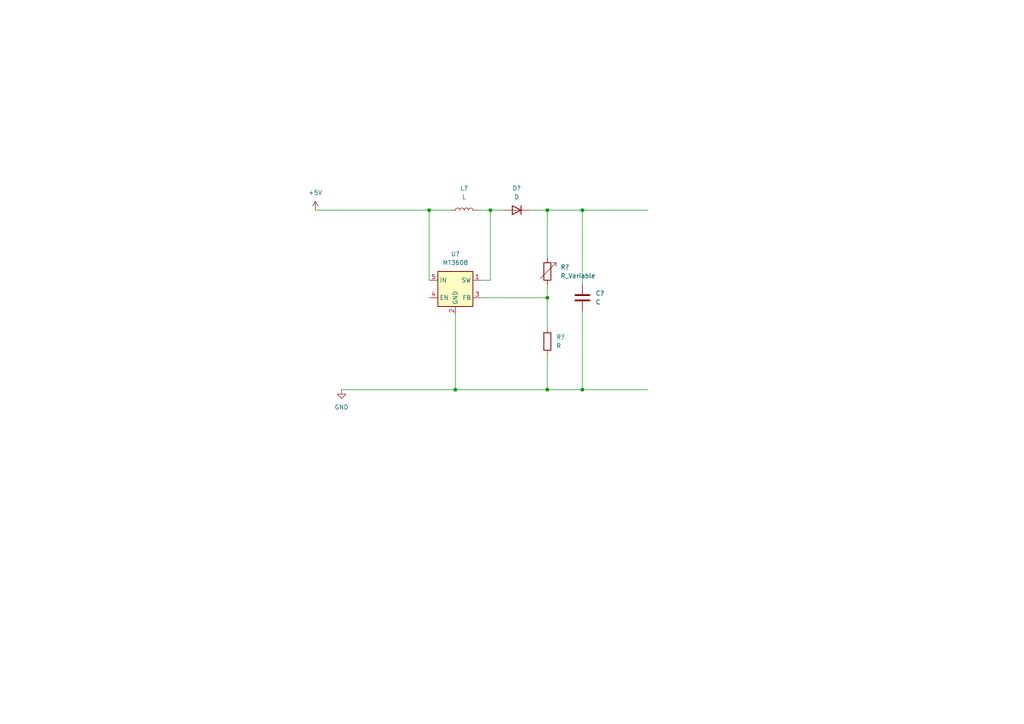
<source format=kicad_sch>
(kicad_sch (version 20211123) (generator eeschema)

  (uuid afe3f12c-7aa7-47a3-b871-0a8f39c1579a)

  (paper "A4")

  (lib_symbols
    (symbol "Device:C" (pin_numbers hide) (pin_names (offset 0.254)) (in_bom yes) (on_board yes)
      (property "Reference" "C" (id 0) (at 0.635 2.54 0)
        (effects (font (size 1.27 1.27)) (justify left))
      )
      (property "Value" "C" (id 1) (at 0.635 -2.54 0)
        (effects (font (size 1.27 1.27)) (justify left))
      )
      (property "Footprint" "" (id 2) (at 0.9652 -3.81 0)
        (effects (font (size 1.27 1.27)) hide)
      )
      (property "Datasheet" "~" (id 3) (at 0 0 0)
        (effects (font (size 1.27 1.27)) hide)
      )
      (property "ki_keywords" "cap capacitor" (id 4) (at 0 0 0)
        (effects (font (size 1.27 1.27)) hide)
      )
      (property "ki_description" "Unpolarized capacitor" (id 5) (at 0 0 0)
        (effects (font (size 1.27 1.27)) hide)
      )
      (property "ki_fp_filters" "C_*" (id 6) (at 0 0 0)
        (effects (font (size 1.27 1.27)) hide)
      )
      (symbol "C_0_1"
        (polyline
          (pts
            (xy -2.032 -0.762)
            (xy 2.032 -0.762)
          )
          (stroke (width 0.508) (type default) (color 0 0 0 0))
          (fill (type none))
        )
        (polyline
          (pts
            (xy -2.032 0.762)
            (xy 2.032 0.762)
          )
          (stroke (width 0.508) (type default) (color 0 0 0 0))
          (fill (type none))
        )
      )
      (symbol "C_1_1"
        (pin passive line (at 0 3.81 270) (length 2.794)
          (name "~" (effects (font (size 1.27 1.27))))
          (number "1" (effects (font (size 1.27 1.27))))
        )
        (pin passive line (at 0 -3.81 90) (length 2.794)
          (name "~" (effects (font (size 1.27 1.27))))
          (number "2" (effects (font (size 1.27 1.27))))
        )
      )
    )
    (symbol "Device:D" (pin_numbers hide) (pin_names (offset 1.016) hide) (in_bom yes) (on_board yes)
      (property "Reference" "D" (id 0) (at 0 2.54 0)
        (effects (font (size 1.27 1.27)))
      )
      (property "Value" "D" (id 1) (at 0 -2.54 0)
        (effects (font (size 1.27 1.27)))
      )
      (property "Footprint" "" (id 2) (at 0 0 0)
        (effects (font (size 1.27 1.27)) hide)
      )
      (property "Datasheet" "~" (id 3) (at 0 0 0)
        (effects (font (size 1.27 1.27)) hide)
      )
      (property "ki_keywords" "diode" (id 4) (at 0 0 0)
        (effects (font (size 1.27 1.27)) hide)
      )
      (property "ki_description" "Diode" (id 5) (at 0 0 0)
        (effects (font (size 1.27 1.27)) hide)
      )
      (property "ki_fp_filters" "TO-???* *_Diode_* *SingleDiode* D_*" (id 6) (at 0 0 0)
        (effects (font (size 1.27 1.27)) hide)
      )
      (symbol "D_0_1"
        (polyline
          (pts
            (xy -1.27 1.27)
            (xy -1.27 -1.27)
          )
          (stroke (width 0.254) (type default) (color 0 0 0 0))
          (fill (type none))
        )
        (polyline
          (pts
            (xy 1.27 0)
            (xy -1.27 0)
          )
          (stroke (width 0) (type default) (color 0 0 0 0))
          (fill (type none))
        )
        (polyline
          (pts
            (xy 1.27 1.27)
            (xy 1.27 -1.27)
            (xy -1.27 0)
            (xy 1.27 1.27)
          )
          (stroke (width 0.254) (type default) (color 0 0 0 0))
          (fill (type none))
        )
      )
      (symbol "D_1_1"
        (pin passive line (at -3.81 0 0) (length 2.54)
          (name "K" (effects (font (size 1.27 1.27))))
          (number "1" (effects (font (size 1.27 1.27))))
        )
        (pin passive line (at 3.81 0 180) (length 2.54)
          (name "A" (effects (font (size 1.27 1.27))))
          (number "2" (effects (font (size 1.27 1.27))))
        )
      )
    )
    (symbol "Device:L" (pin_numbers hide) (pin_names (offset 1.016) hide) (in_bom yes) (on_board yes)
      (property "Reference" "L" (id 0) (at -1.27 0 90)
        (effects (font (size 1.27 1.27)))
      )
      (property "Value" "L" (id 1) (at 1.905 0 90)
        (effects (font (size 1.27 1.27)))
      )
      (property "Footprint" "" (id 2) (at 0 0 0)
        (effects (font (size 1.27 1.27)) hide)
      )
      (property "Datasheet" "~" (id 3) (at 0 0 0)
        (effects (font (size 1.27 1.27)) hide)
      )
      (property "ki_keywords" "inductor choke coil reactor magnetic" (id 4) (at 0 0 0)
        (effects (font (size 1.27 1.27)) hide)
      )
      (property "ki_description" "Inductor" (id 5) (at 0 0 0)
        (effects (font (size 1.27 1.27)) hide)
      )
      (property "ki_fp_filters" "Choke_* *Coil* Inductor_* L_*" (id 6) (at 0 0 0)
        (effects (font (size 1.27 1.27)) hide)
      )
      (symbol "L_0_1"
        (arc (start 0 -2.54) (mid 0.635 -1.905) (end 0 -1.27)
          (stroke (width 0) (type default) (color 0 0 0 0))
          (fill (type none))
        )
        (arc (start 0 -1.27) (mid 0.635 -0.635) (end 0 0)
          (stroke (width 0) (type default) (color 0 0 0 0))
          (fill (type none))
        )
        (arc (start 0 0) (mid 0.635 0.635) (end 0 1.27)
          (stroke (width 0) (type default) (color 0 0 0 0))
          (fill (type none))
        )
        (arc (start 0 1.27) (mid 0.635 1.905) (end 0 2.54)
          (stroke (width 0) (type default) (color 0 0 0 0))
          (fill (type none))
        )
      )
      (symbol "L_1_1"
        (pin passive line (at 0 3.81 270) (length 1.27)
          (name "1" (effects (font (size 1.27 1.27))))
          (number "1" (effects (font (size 1.27 1.27))))
        )
        (pin passive line (at 0 -3.81 90) (length 1.27)
          (name "2" (effects (font (size 1.27 1.27))))
          (number "2" (effects (font (size 1.27 1.27))))
        )
      )
    )
    (symbol "Device:R" (pin_numbers hide) (pin_names (offset 0)) (in_bom yes) (on_board yes)
      (property "Reference" "R" (id 0) (at 2.032 0 90)
        (effects (font (size 1.27 1.27)))
      )
      (property "Value" "R" (id 1) (at 0 0 90)
        (effects (font (size 1.27 1.27)))
      )
      (property "Footprint" "" (id 2) (at -1.778 0 90)
        (effects (font (size 1.27 1.27)) hide)
      )
      (property "Datasheet" "~" (id 3) (at 0 0 0)
        (effects (font (size 1.27 1.27)) hide)
      )
      (property "ki_keywords" "R res resistor" (id 4) (at 0 0 0)
        (effects (font (size 1.27 1.27)) hide)
      )
      (property "ki_description" "Resistor" (id 5) (at 0 0 0)
        (effects (font (size 1.27 1.27)) hide)
      )
      (property "ki_fp_filters" "R_*" (id 6) (at 0 0 0)
        (effects (font (size 1.27 1.27)) hide)
      )
      (symbol "R_0_1"
        (rectangle (start -1.016 -2.54) (end 1.016 2.54)
          (stroke (width 0.254) (type default) (color 0 0 0 0))
          (fill (type none))
        )
      )
      (symbol "R_1_1"
        (pin passive line (at 0 3.81 270) (length 1.27)
          (name "~" (effects (font (size 1.27 1.27))))
          (number "1" (effects (font (size 1.27 1.27))))
        )
        (pin passive line (at 0 -3.81 90) (length 1.27)
          (name "~" (effects (font (size 1.27 1.27))))
          (number "2" (effects (font (size 1.27 1.27))))
        )
      )
    )
    (symbol "Device:R_Variable" (pin_numbers hide) (pin_names (offset 0)) (in_bom yes) (on_board yes)
      (property "Reference" "R" (id 0) (at 2.54 -2.54 90)
        (effects (font (size 1.27 1.27)) (justify left))
      )
      (property "Value" "R_Variable" (id 1) (at -2.54 -1.27 90)
        (effects (font (size 1.27 1.27)) (justify left))
      )
      (property "Footprint" "" (id 2) (at -1.778 0 90)
        (effects (font (size 1.27 1.27)) hide)
      )
      (property "Datasheet" "~" (id 3) (at 0 0 0)
        (effects (font (size 1.27 1.27)) hide)
      )
      (property "ki_keywords" "R res resistor variable potentiometer rheostat" (id 4) (at 0 0 0)
        (effects (font (size 1.27 1.27)) hide)
      )
      (property "ki_description" "Variable resistor" (id 5) (at 0 0 0)
        (effects (font (size 1.27 1.27)) hide)
      )
      (property "ki_fp_filters" "R_*" (id 6) (at 0 0 0)
        (effects (font (size 1.27 1.27)) hide)
      )
      (symbol "R_Variable_0_1"
        (rectangle (start -1.016 -2.54) (end 1.016 2.54)
          (stroke (width 0.254) (type default) (color 0 0 0 0))
          (fill (type none))
        )
        (polyline
          (pts
            (xy 2.54 1.524)
            (xy 2.54 2.54)
            (xy 1.524 2.54)
            (xy 2.54 2.54)
            (xy -2.032 -2.032)
          )
          (stroke (width 0) (type default) (color 0 0 0 0))
          (fill (type none))
        )
      )
      (symbol "R_Variable_1_1"
        (pin passive line (at 0 3.81 270) (length 1.27)
          (name "~" (effects (font (size 1.27 1.27))))
          (number "1" (effects (font (size 1.27 1.27))))
        )
        (pin passive line (at 0 -3.81 90) (length 1.27)
          (name "~" (effects (font (size 1.27 1.27))))
          (number "2" (effects (font (size 1.27 1.27))))
        )
      )
    )
    (symbol "Regulator_Switching:MT3608" (in_bom yes) (on_board yes)
      (property "Reference" "U" (id 0) (at -2.54 8.89 0)
        (effects (font (size 1.27 1.27)) (justify left))
      )
      (property "Value" "MT3608" (id 1) (at -3.81 6.35 0)
        (effects (font (size 1.27 1.27)) (justify left))
      )
      (property "Footprint" "Package_TO_SOT_SMD:SOT-23-6" (id 2) (at 1.27 -6.35 0)
        (effects (font (size 1.27 1.27) italic) (justify left) hide)
      )
      (property "Datasheet" "https://www.olimex.com/Products/Breadboarding/BB-PWR-3608/resources/MT3608.pdf" (id 3) (at -6.35 11.43 0)
        (effects (font (size 1.27 1.27)) hide)
      )
      (property "ki_keywords" "Step-Up Boost DC-DC Regulator Adjustable" (id 4) (at 0 0 0)
        (effects (font (size 1.27 1.27)) hide)
      )
      (property "ki_description" "High Efficiency 1.2MHz 2A Step Up Converter, 2-24V Vin, 28V Vout, 4A current limit, 1.2MHz, SOT23-6" (id 5) (at 0 0 0)
        (effects (font (size 1.27 1.27)) hide)
      )
      (property "ki_fp_filters" "SOT*23*" (id 6) (at 0 0 0)
        (effects (font (size 1.27 1.27)) hide)
      )
      (symbol "MT3608_0_1"
        (rectangle (start -5.08 5.08) (end 5.08 -5.08)
          (stroke (width 0.254) (type default) (color 0 0 0 0))
          (fill (type background))
        )
      )
      (symbol "MT3608_1_1"
        (pin passive line (at 7.62 2.54 180) (length 2.54)
          (name "SW" (effects (font (size 1.27 1.27))))
          (number "1" (effects (font (size 1.27 1.27))))
        )
        (pin power_in line (at 0 -7.62 90) (length 2.54)
          (name "GND" (effects (font (size 1.27 1.27))))
          (number "2" (effects (font (size 1.27 1.27))))
        )
        (pin input line (at 7.62 -2.54 180) (length 2.54)
          (name "FB" (effects (font (size 1.27 1.27))))
          (number "3" (effects (font (size 1.27 1.27))))
        )
        (pin input line (at -7.62 -2.54 0) (length 2.54)
          (name "EN" (effects (font (size 1.27 1.27))))
          (number "4" (effects (font (size 1.27 1.27))))
        )
        (pin power_in line (at -7.62 2.54 0) (length 2.54)
          (name "IN" (effects (font (size 1.27 1.27))))
          (number "5" (effects (font (size 1.27 1.27))))
        )
        (pin no_connect line (at 5.08 0 180) (length 2.54) hide
          (name "NC" (effects (font (size 1.27 1.27))))
          (number "6" (effects (font (size 1.27 1.27))))
        )
      )
    )
    (symbol "power:+5V" (power) (pin_names (offset 0)) (in_bom yes) (on_board yes)
      (property "Reference" "#PWR" (id 0) (at 0 -3.81 0)
        (effects (font (size 1.27 1.27)) hide)
      )
      (property "Value" "+5V" (id 1) (at 0 3.556 0)
        (effects (font (size 1.27 1.27)))
      )
      (property "Footprint" "" (id 2) (at 0 0 0)
        (effects (font (size 1.27 1.27)) hide)
      )
      (property "Datasheet" "" (id 3) (at 0 0 0)
        (effects (font (size 1.27 1.27)) hide)
      )
      (property "ki_keywords" "global power" (id 4) (at 0 0 0)
        (effects (font (size 1.27 1.27)) hide)
      )
      (property "ki_description" "Power symbol creates a global label with name \"+5V\"" (id 5) (at 0 0 0)
        (effects (font (size 1.27 1.27)) hide)
      )
      (symbol "+5V_0_1"
        (polyline
          (pts
            (xy -0.762 1.27)
            (xy 0 2.54)
          )
          (stroke (width 0) (type default) (color 0 0 0 0))
          (fill (type none))
        )
        (polyline
          (pts
            (xy 0 0)
            (xy 0 2.54)
          )
          (stroke (width 0) (type default) (color 0 0 0 0))
          (fill (type none))
        )
        (polyline
          (pts
            (xy 0 2.54)
            (xy 0.762 1.27)
          )
          (stroke (width 0) (type default) (color 0 0 0 0))
          (fill (type none))
        )
      )
      (symbol "+5V_1_1"
        (pin power_in line (at 0 0 90) (length 0) hide
          (name "+5V" (effects (font (size 1.27 1.27))))
          (number "1" (effects (font (size 1.27 1.27))))
        )
      )
    )
    (symbol "power:GND" (power) (pin_names (offset 0)) (in_bom yes) (on_board yes)
      (property "Reference" "#PWR" (id 0) (at 0 -6.35 0)
        (effects (font (size 1.27 1.27)) hide)
      )
      (property "Value" "GND" (id 1) (at 0 -3.81 0)
        (effects (font (size 1.27 1.27)))
      )
      (property "Footprint" "" (id 2) (at 0 0 0)
        (effects (font (size 1.27 1.27)) hide)
      )
      (property "Datasheet" "" (id 3) (at 0 0 0)
        (effects (font (size 1.27 1.27)) hide)
      )
      (property "ki_keywords" "global power" (id 4) (at 0 0 0)
        (effects (font (size 1.27 1.27)) hide)
      )
      (property "ki_description" "Power symbol creates a global label with name \"GND\" , ground" (id 5) (at 0 0 0)
        (effects (font (size 1.27 1.27)) hide)
      )
      (symbol "GND_0_1"
        (polyline
          (pts
            (xy 0 0)
            (xy 0 -1.27)
            (xy 1.27 -1.27)
            (xy 0 -2.54)
            (xy -1.27 -1.27)
            (xy 0 -1.27)
          )
          (stroke (width 0) (type default) (color 0 0 0 0))
          (fill (type none))
        )
      )
      (symbol "GND_1_1"
        (pin power_in line (at 0 0 270) (length 0) hide
          (name "GND" (effects (font (size 1.27 1.27))))
          (number "1" (effects (font (size 1.27 1.27))))
        )
      )
    )
  )

  (junction (at 142.24 60.96) (diameter 0) (color 0 0 0 0)
    (uuid 382a90ec-2ad3-4eb8-ab2a-3eb1a76752db)
  )
  (junction (at 158.75 60.96) (diameter 0) (color 0 0 0 0)
    (uuid 6c46132d-837d-4ad1-816e-99ed1866951c)
  )
  (junction (at 124.46 60.96) (diameter 0) (color 0 0 0 0)
    (uuid 8229864f-4b9e-49f3-83dd-436f6b789fdf)
  )
  (junction (at 158.75 86.36) (diameter 0) (color 0 0 0 0)
    (uuid 8a178130-5382-4e3f-9e8e-0adcd7485946)
  )
  (junction (at 132.08 113.03) (diameter 0) (color 0 0 0 0)
    (uuid 9420cfaa-d4d8-4697-b03b-68b36ae625e9)
  )
  (junction (at 158.75 113.03) (diameter 0) (color 0 0 0 0)
    (uuid b3d9df12-bb4a-4e91-bb90-29808fe9da88)
  )
  (junction (at 168.91 113.03) (diameter 0) (color 0 0 0 0)
    (uuid ef2ea02f-dc9e-4403-9a79-f43d720bd754)
  )
  (junction (at 168.91 60.96) (diameter 0) (color 0 0 0 0)
    (uuid f1a12a22-78b3-4d92-ab90-80cff9eb7925)
  )

  (wire (pts (xy 158.75 102.87) (xy 158.75 113.03))
    (stroke (width 0) (type default) (color 0 0 0 0))
    (uuid 20055ff6-f99b-4202-9ebf-96879f297fe8)
  )
  (wire (pts (xy 168.91 60.96) (xy 168.91 82.55))
    (stroke (width 0) (type default) (color 0 0 0 0))
    (uuid 21fb2d39-b383-4290-9d81-9554e70ea767)
  )
  (wire (pts (xy 168.91 60.96) (xy 187.96 60.96))
    (stroke (width 0) (type default) (color 0 0 0 0))
    (uuid 2768585a-8e95-4961-89e3-c254d991475d)
  )
  (wire (pts (xy 153.67 60.96) (xy 158.75 60.96))
    (stroke (width 0) (type default) (color 0 0 0 0))
    (uuid 493cea07-6424-46c4-8bfa-7e19e8099e2a)
  )
  (wire (pts (xy 142.24 81.28) (xy 142.24 60.96))
    (stroke (width 0) (type default) (color 0 0 0 0))
    (uuid 50550958-4546-4e9d-9c63-9f03224e3b1f)
  )
  (wire (pts (xy 168.91 90.17) (xy 168.91 113.03))
    (stroke (width 0) (type default) (color 0 0 0 0))
    (uuid 73fd8642-6451-473e-98ec-c6defe186f78)
  )
  (wire (pts (xy 142.24 60.96) (xy 138.43 60.96))
    (stroke (width 0) (type default) (color 0 0 0 0))
    (uuid 7dc5aa45-9caa-4639-aa67-5386ccfd46b8)
  )
  (wire (pts (xy 158.75 86.36) (xy 158.75 95.25))
    (stroke (width 0) (type default) (color 0 0 0 0))
    (uuid 94e80060-d830-41fe-95c5-964e942be303)
  )
  (wire (pts (xy 158.75 60.96) (xy 168.91 60.96))
    (stroke (width 0) (type default) (color 0 0 0 0))
    (uuid 964ce7ec-3530-493b-95be-19d1d097910a)
  )
  (wire (pts (xy 139.7 86.36) (xy 158.75 86.36))
    (stroke (width 0) (type default) (color 0 0 0 0))
    (uuid a728a109-c2b9-4ea3-a8ae-1cf846dbb26c)
  )
  (wire (pts (xy 132.08 91.44) (xy 132.08 113.03))
    (stroke (width 0) (type default) (color 0 0 0 0))
    (uuid aa6f77a9-6b0a-40bf-b0a3-659348b9c3e0)
  )
  (wire (pts (xy 99.06 113.03) (xy 132.08 113.03))
    (stroke (width 0) (type default) (color 0 0 0 0))
    (uuid ae1c776d-9dcd-4465-89fa-95efaea637f9)
  )
  (wire (pts (xy 168.91 113.03) (xy 187.96 113.03))
    (stroke (width 0) (type default) (color 0 0 0 0))
    (uuid b852c2f9-cbd2-4a39-a8c7-f396542a6c69)
  )
  (wire (pts (xy 124.46 60.96) (xy 124.46 81.28))
    (stroke (width 0) (type default) (color 0 0 0 0))
    (uuid bf1658b9-61cd-476e-9d3c-8c7b282d436d)
  )
  (wire (pts (xy 91.44 60.96) (xy 124.46 60.96))
    (stroke (width 0) (type default) (color 0 0 0 0))
    (uuid c96f4e3d-612b-4e52-b832-72f43d58dab0)
  )
  (wire (pts (xy 146.05 60.96) (xy 142.24 60.96))
    (stroke (width 0) (type default) (color 0 0 0 0))
    (uuid ce7ea0cd-8ed8-4fe0-9b52-abe9f629f241)
  )
  (wire (pts (xy 130.81 60.96) (xy 124.46 60.96))
    (stroke (width 0) (type default) (color 0 0 0 0))
    (uuid d272b08d-28d6-4789-8116-e1601c5194a9)
  )
  (wire (pts (xy 132.08 113.03) (xy 158.75 113.03))
    (stroke (width 0) (type default) (color 0 0 0 0))
    (uuid e45234fb-f17e-44fe-8281-7ab08e9db437)
  )
  (wire (pts (xy 158.75 113.03) (xy 168.91 113.03))
    (stroke (width 0) (type default) (color 0 0 0 0))
    (uuid e66d16a9-5fa7-4b78-987d-39d63f039887)
  )
  (wire (pts (xy 158.75 60.96) (xy 158.75 74.93))
    (stroke (width 0) (type default) (color 0 0 0 0))
    (uuid edb78d42-9b53-4da1-a647-11fe40991e95)
  )
  (wire (pts (xy 139.7 81.28) (xy 142.24 81.28))
    (stroke (width 0) (type default) (color 0 0 0 0))
    (uuid fb146023-5c9d-41fe-854f-8926f7ede08d)
  )
  (wire (pts (xy 158.75 82.55) (xy 158.75 86.36))
    (stroke (width 0) (type default) (color 0 0 0 0))
    (uuid fffe2101-cd41-41eb-bbb5-03335a1b5cff)
  )

  (symbol (lib_id "Device:R") (at 158.75 99.06 0) (unit 1)
    (in_bom yes) (on_board yes) (fields_autoplaced)
    (uuid 460fc8c1-a220-4b9a-bb1d-c21cb907e0da)
    (property "Reference" "R?" (id 0) (at 161.29 97.7899 0)
      (effects (font (size 1.27 1.27)) (justify left))
    )
    (property "Value" "R" (id 1) (at 161.29 100.3299 0)
      (effects (font (size 1.27 1.27)) (justify left))
    )
    (property "Footprint" "" (id 2) (at 156.972 99.06 90)
      (effects (font (size 1.27 1.27)) hide)
    )
    (property "Datasheet" "~" (id 3) (at 158.75 99.06 0)
      (effects (font (size 1.27 1.27)) hide)
    )
    (pin "1" (uuid 9af4a6a5-5833-4661-b028-8aed900e5c5b))
    (pin "2" (uuid 020edd74-e977-44a8-8818-2716813a1ae4))
  )

  (symbol (lib_id "Device:D") (at 149.86 60.96 180) (unit 1)
    (in_bom yes) (on_board yes) (fields_autoplaced)
    (uuid 4764a2b2-e709-4e58-b14c-a18645c529f7)
    (property "Reference" "D?" (id 0) (at 149.86 54.61 0))
    (property "Value" "D" (id 1) (at 149.86 57.15 0))
    (property "Footprint" "" (id 2) (at 149.86 60.96 0)
      (effects (font (size 1.27 1.27)) hide)
    )
    (property "Datasheet" "~" (id 3) (at 149.86 60.96 0)
      (effects (font (size 1.27 1.27)) hide)
    )
    (pin "1" (uuid 286dc8b1-adc7-4a4b-9d8a-dd7ddb80c3c2))
    (pin "2" (uuid cc8a781c-e616-4b28-8fdb-21046411a52c))
  )

  (symbol (lib_id "Device:C") (at 168.91 86.36 0) (unit 1)
    (in_bom yes) (on_board yes) (fields_autoplaced)
    (uuid 6e524c43-aa9d-4449-a77c-2a3a361b79a4)
    (property "Reference" "C?" (id 0) (at 172.72 85.0899 0)
      (effects (font (size 1.27 1.27)) (justify left))
    )
    (property "Value" "C" (id 1) (at 172.72 87.6299 0)
      (effects (font (size 1.27 1.27)) (justify left))
    )
    (property "Footprint" "" (id 2) (at 169.8752 90.17 0)
      (effects (font (size 1.27 1.27)) hide)
    )
    (property "Datasheet" "~" (id 3) (at 168.91 86.36 0)
      (effects (font (size 1.27 1.27)) hide)
    )
    (pin "1" (uuid 290d6118-ab9e-46f6-ba69-74c300103acb))
    (pin "2" (uuid 9079d188-d932-4cf5-9691-75cbd7c21bcb))
  )

  (symbol (lib_id "Device:R_Variable") (at 158.75 78.74 0) (unit 1)
    (in_bom yes) (on_board yes) (fields_autoplaced)
    (uuid 9d5e65ca-f42d-4383-8b13-cf12703b9370)
    (property "Reference" "R?" (id 0) (at 162.56 77.4699 0)
      (effects (font (size 1.27 1.27)) (justify left))
    )
    (property "Value" "R_Variable" (id 1) (at 162.56 80.0099 0)
      (effects (font (size 1.27 1.27)) (justify left))
    )
    (property "Footprint" "" (id 2) (at 156.972 78.74 90)
      (effects (font (size 1.27 1.27)) hide)
    )
    (property "Datasheet" "~" (id 3) (at 158.75 78.74 0)
      (effects (font (size 1.27 1.27)) hide)
    )
    (pin "1" (uuid 8851a23e-9677-41cf-a26d-075540371ff7))
    (pin "2" (uuid db4f0d14-307e-4269-aca5-d8cf692b9226))
  )

  (symbol (lib_id "power:+5V") (at 91.44 60.96 0) (unit 1)
    (in_bom yes) (on_board yes) (fields_autoplaced)
    (uuid d532cc52-5547-4339-88f8-051566f34b48)
    (property "Reference" "#PWR?" (id 0) (at 91.44 64.77 0)
      (effects (font (size 1.27 1.27)) hide)
    )
    (property "Value" "+5V" (id 1) (at 91.44 55.88 0))
    (property "Footprint" "" (id 2) (at 91.44 60.96 0)
      (effects (font (size 1.27 1.27)) hide)
    )
    (property "Datasheet" "" (id 3) (at 91.44 60.96 0)
      (effects (font (size 1.27 1.27)) hide)
    )
    (pin "1" (uuid fc4a4b51-0e78-4d59-9d85-946a59b09857))
  )

  (symbol (lib_id "Regulator_Switching:MT3608") (at 132.08 83.82 0) (unit 1)
    (in_bom yes) (on_board yes) (fields_autoplaced)
    (uuid e0fc1709-ed47-4f31-96a1-2359bf26b167)
    (property "Reference" "U?" (id 0) (at 132.08 73.66 0))
    (property "Value" "MT3608" (id 1) (at 132.08 76.2 0))
    (property "Footprint" "Package_TO_SOT_SMD:SOT-23-6" (id 2) (at 133.35 90.17 0)
      (effects (font (size 1.27 1.27) italic) (justify left) hide)
    )
    (property "Datasheet" "https://www.olimex.com/Products/Breadboarding/BB-PWR-3608/resources/MT3608.pdf" (id 3) (at 125.73 72.39 0)
      (effects (font (size 1.27 1.27)) hide)
    )
    (pin "1" (uuid a0879ae2-c8a6-48e8-a307-90bbe5edf42b))
    (pin "2" (uuid c07d1ce8-966a-4a71-b179-78513c545212))
    (pin "3" (uuid 96cf3b04-47b0-4aae-81bf-2556152442ae))
    (pin "4" (uuid f93a18ea-6c26-4c81-9d20-d4c15e2c25cd))
    (pin "5" (uuid 372d4a3e-f801-4a25-876f-c06ae420e2c5))
    (pin "6" (uuid 18da2e0f-c0a0-411a-a9e2-b6888446242a))
  )

  (symbol (lib_id "power:GND") (at 99.06 113.03 0) (unit 1)
    (in_bom yes) (on_board yes) (fields_autoplaced)
    (uuid ede0313b-3c4f-473c-a15c-685ce525e632)
    (property "Reference" "#PWR?" (id 0) (at 99.06 119.38 0)
      (effects (font (size 1.27 1.27)) hide)
    )
    (property "Value" "GND" (id 1) (at 99.06 118.11 0))
    (property "Footprint" "" (id 2) (at 99.06 113.03 0)
      (effects (font (size 1.27 1.27)) hide)
    )
    (property "Datasheet" "" (id 3) (at 99.06 113.03 0)
      (effects (font (size 1.27 1.27)) hide)
    )
    (pin "1" (uuid 2637915b-e21d-4220-af76-f45cdf0a0a5e))
  )

  (symbol (lib_id "Device:L") (at 134.62 60.96 90) (unit 1)
    (in_bom yes) (on_board yes) (fields_autoplaced)
    (uuid f60257e4-0657-418e-88c5-c332814af0f5)
    (property "Reference" "L?" (id 0) (at 134.62 54.61 90))
    (property "Value" "L" (id 1) (at 134.62 57.15 90))
    (property "Footprint" "" (id 2) (at 134.62 60.96 0)
      (effects (font (size 1.27 1.27)) hide)
    )
    (property "Datasheet" "~" (id 3) (at 134.62 60.96 0)
      (effects (font (size 1.27 1.27)) hide)
    )
    (pin "1" (uuid 50735ee9-9faa-47a4-a97a-1669cc434a3c))
    (pin "2" (uuid 66d85582-6df0-497d-a5e1-9722e2873ab7))
  )

  (sheet_instances
    (path "/" (page "1"))
  )

  (symbol_instances
    (path "/d532cc52-5547-4339-88f8-051566f34b48"
      (reference "#PWR?") (unit 1) (value "+5V") (footprint "")
    )
    (path "/ede0313b-3c4f-473c-a15c-685ce525e632"
      (reference "#PWR?") (unit 1) (value "GND") (footprint "")
    )
    (path "/6e524c43-aa9d-4449-a77c-2a3a361b79a4"
      (reference "C?") (unit 1) (value "C") (footprint "")
    )
    (path "/4764a2b2-e709-4e58-b14c-a18645c529f7"
      (reference "D?") (unit 1) (value "D") (footprint "")
    )
    (path "/f60257e4-0657-418e-88c5-c332814af0f5"
      (reference "L?") (unit 1) (value "L") (footprint "")
    )
    (path "/460fc8c1-a220-4b9a-bb1d-c21cb907e0da"
      (reference "R?") (unit 1) (value "R") (footprint "")
    )
    (path "/9d5e65ca-f42d-4383-8b13-cf12703b9370"
      (reference "R?") (unit 1) (value "R_Variable") (footprint "")
    )
    (path "/e0fc1709-ed47-4f31-96a1-2359bf26b167"
      (reference "U?") (unit 1) (value "MT3608") (footprint "Package_TO_SOT_SMD:SOT-23-6")
    )
  )
)

</source>
